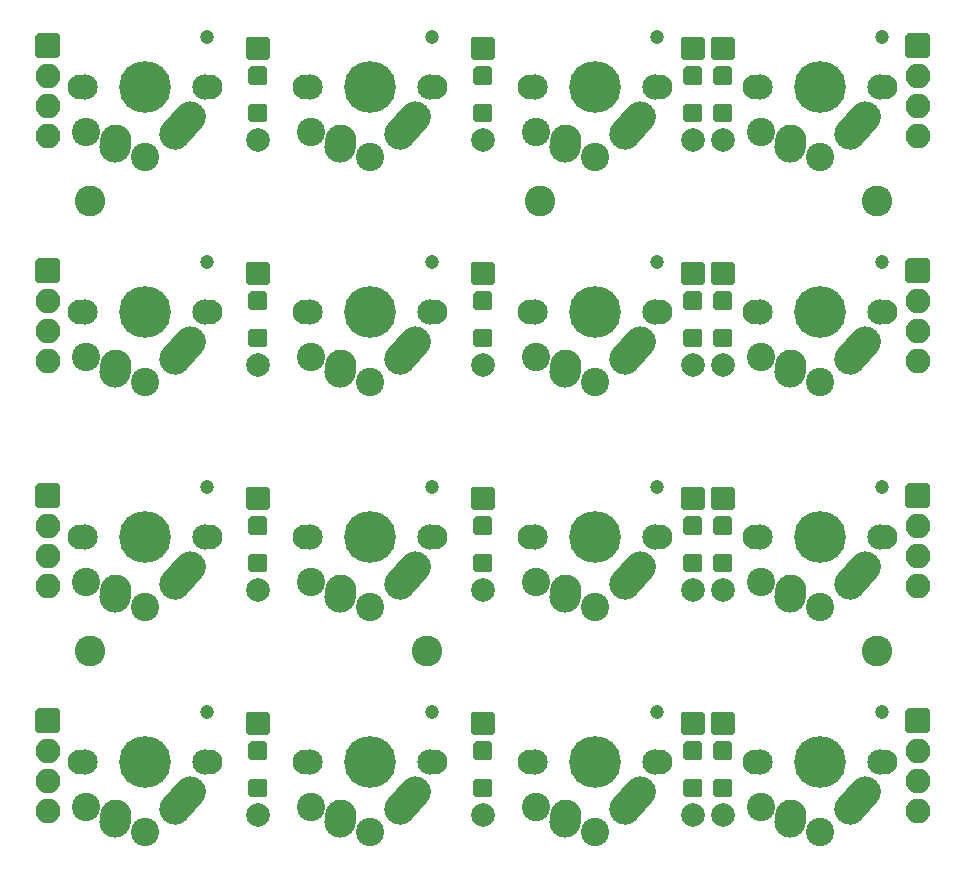
<source format=gbr>
G04 #@! TF.GenerationSoftware,KiCad,Pcbnew,(5.1.9)-1*
G04 #@! TF.CreationDate,2021-02-07T22:47:52-06:00*
G04 #@! TF.ProjectId,4x4_backpack,3478345f-6261-4636-9b70-61636b2e6b69,rev?*
G04 #@! TF.SameCoordinates,Original*
G04 #@! TF.FileFunction,Soldermask,Top*
G04 #@! TF.FilePolarity,Negative*
%FSLAX46Y46*%
G04 Gerber Fmt 4.6, Leading zero omitted, Abs format (unit mm)*
G04 Created by KiCad (PCBNEW (5.1.9)-1) date 2021-02-07 22:47:52*
%MOMM*%
%LPD*%
G01*
G04 APERTURE LIST*
%ADD10C,1.200000*%
%ADD11C,2.100000*%
%ADD12C,2.400000*%
%ADD13C,2.150000*%
%ADD14C,2.650000*%
%ADD15C,4.387800*%
%ADD16C,2.000000*%
%ADD17O,2.100000X2.100000*%
%ADD18C,2.600000*%
G04 APERTURE END LIST*
D10*
X148095000Y-138675000D03*
D11*
X137375000Y-142875000D03*
X148375000Y-142875000D03*
D12*
X142875000Y-148775000D03*
X137875000Y-146675000D03*
D13*
X137795000Y-142875000D03*
X147955000Y-142875000D03*
D14*
X145375000Y-146875000D03*
D15*
X142875000Y-142875000D03*
G36*
G01*
X147569878Y-144428787D02*
X147569878Y-144428787D01*
G75*
G02*
X147671213Y-146299878I-884878J-986213D01*
G01*
X146361223Y-147759886D01*
G75*
G02*
X144490132Y-147861221I-986213J884878D01*
G01*
X144490132Y-147861221D01*
G75*
G02*
X144388797Y-145990130I884878J986213D01*
G01*
X145698787Y-144530122D01*
G75*
G02*
X147569878Y-144428787I986213J-884878D01*
G01*
G37*
D14*
X140335000Y-147955000D03*
G36*
G01*
X140465120Y-146053068D02*
X140465120Y-146053068D01*
G75*
G02*
X141696932Y-147465120I-90120J-1321932D01*
G01*
X141657390Y-148045152D01*
G75*
G02*
X140245338Y-149276964I-1321932J90120D01*
G01*
X140245338Y-149276964D01*
G75*
G02*
X139013526Y-147864912I90120J1321932D01*
G01*
X139053068Y-147284880D01*
G75*
G02*
X140465120Y-146053068I1321932J-90120D01*
G01*
G37*
D16*
X134620000Y-147410000D03*
G36*
G01*
X133820000Y-138610000D02*
X135420000Y-138610000D01*
G75*
G02*
X135620000Y-138810000I0J-200000D01*
G01*
X135620000Y-140410000D01*
G75*
G02*
X135420000Y-140610000I-200000J0D01*
G01*
X133820000Y-140610000D01*
G75*
G02*
X133620000Y-140410000I0J200000D01*
G01*
X133620000Y-138810000D01*
G75*
G02*
X133820000Y-138610000I200000J0D01*
G01*
G37*
G36*
G01*
X134020000Y-141135000D02*
X135220000Y-141135000D01*
G75*
G02*
X135420000Y-141335000I0J-200000D01*
G01*
X135420000Y-142535000D01*
G75*
G02*
X135220000Y-142735000I-200000J0D01*
G01*
X134020000Y-142735000D01*
G75*
G02*
X133820000Y-142535000I0J200000D01*
G01*
X133820000Y-141335000D01*
G75*
G02*
X134020000Y-141135000I200000J0D01*
G01*
G37*
G36*
G01*
X134020000Y-144285000D02*
X135220000Y-144285000D01*
G75*
G02*
X135420000Y-144485000I0J-200000D01*
G01*
X135420000Y-145685000D01*
G75*
G02*
X135220000Y-145885000I-200000J0D01*
G01*
X134020000Y-145885000D01*
G75*
G02*
X133820000Y-145685000I0J200000D01*
G01*
X133820000Y-144485000D01*
G75*
G02*
X134020000Y-144285000I200000J0D01*
G01*
G37*
G36*
G01*
X121415120Y-107953068D02*
X121415120Y-107953068D01*
G75*
G02*
X122646932Y-109365120I-90120J-1321932D01*
G01*
X122607390Y-109945152D01*
G75*
G02*
X121195338Y-111176964I-1321932J90120D01*
G01*
X121195338Y-111176964D01*
G75*
G02*
X119963526Y-109764912I90120J1321932D01*
G01*
X120003068Y-109184880D01*
G75*
G02*
X121415120Y-107953068I1321932J-90120D01*
G01*
G37*
D14*
X121285000Y-109855000D03*
G36*
G01*
X128519878Y-106328787D02*
X128519878Y-106328787D01*
G75*
G02*
X128621213Y-108199878I-884878J-986213D01*
G01*
X127311223Y-109659886D01*
G75*
G02*
X125440132Y-109761221I-986213J884878D01*
G01*
X125440132Y-109761221D01*
G75*
G02*
X125338797Y-107890130I884878J986213D01*
G01*
X126648787Y-106430122D01*
G75*
G02*
X128519878Y-106328787I986213J-884878D01*
G01*
G37*
D15*
X123825000Y-104775000D03*
D14*
X126325000Y-108775000D03*
D13*
X128905000Y-104775000D03*
X118745000Y-104775000D03*
D12*
X118825000Y-108575000D03*
X123825000Y-110675000D03*
D11*
X129325000Y-104775000D03*
X118325000Y-104775000D03*
D10*
X129045000Y-100575000D03*
D16*
X114300000Y-90260000D03*
G36*
G01*
X113500000Y-81460000D02*
X115100000Y-81460000D01*
G75*
G02*
X115300000Y-81660000I0J-200000D01*
G01*
X115300000Y-83260000D01*
G75*
G02*
X115100000Y-83460000I-200000J0D01*
G01*
X113500000Y-83460000D01*
G75*
G02*
X113300000Y-83260000I0J200000D01*
G01*
X113300000Y-81660000D01*
G75*
G02*
X113500000Y-81460000I200000J0D01*
G01*
G37*
G36*
G01*
X113700000Y-83985000D02*
X114900000Y-83985000D01*
G75*
G02*
X115100000Y-84185000I0J-200000D01*
G01*
X115100000Y-85385000D01*
G75*
G02*
X114900000Y-85585000I-200000J0D01*
G01*
X113700000Y-85585000D01*
G75*
G02*
X113500000Y-85385000I0J200000D01*
G01*
X113500000Y-84185000D01*
G75*
G02*
X113700000Y-83985000I200000J0D01*
G01*
G37*
G36*
G01*
X113700000Y-87135000D02*
X114900000Y-87135000D01*
G75*
G02*
X115100000Y-87335000I0J-200000D01*
G01*
X115100000Y-88535000D01*
G75*
G02*
X114900000Y-88735000I-200000J0D01*
G01*
X113700000Y-88735000D01*
G75*
G02*
X113500000Y-88535000I0J200000D01*
G01*
X113500000Y-87335000D01*
G75*
G02*
X113700000Y-87135000I200000J0D01*
G01*
G37*
G36*
G01*
X76420000Y-83082500D02*
X76420000Y-81382500D01*
G75*
G02*
X76620000Y-81182500I200000J0D01*
G01*
X78320000Y-81182500D01*
G75*
G02*
X78520000Y-81382500I0J-200000D01*
G01*
X78520000Y-83082500D01*
G75*
G02*
X78320000Y-83282500I-200000J0D01*
G01*
X76620000Y-83282500D01*
G75*
G02*
X76420000Y-83082500I0J200000D01*
G01*
G37*
D17*
X77470000Y-84772500D03*
X77470000Y-87312500D03*
X77470000Y-89852500D03*
X77470000Y-108902500D03*
X77470000Y-106362500D03*
X77470000Y-103822500D03*
G36*
G01*
X76420000Y-102132500D02*
X76420000Y-100432500D01*
G75*
G02*
X76620000Y-100232500I200000J0D01*
G01*
X78320000Y-100232500D01*
G75*
G02*
X78520000Y-100432500I0J-200000D01*
G01*
X78520000Y-102132500D01*
G75*
G02*
X78320000Y-102332500I-200000J0D01*
G01*
X76620000Y-102332500D01*
G75*
G02*
X76420000Y-102132500I0J200000D01*
G01*
G37*
G36*
G01*
X76420000Y-121182500D02*
X76420000Y-119482500D01*
G75*
G02*
X76620000Y-119282500I200000J0D01*
G01*
X78320000Y-119282500D01*
G75*
G02*
X78520000Y-119482500I0J-200000D01*
G01*
X78520000Y-121182500D01*
G75*
G02*
X78320000Y-121382500I-200000J0D01*
G01*
X76620000Y-121382500D01*
G75*
G02*
X76420000Y-121182500I0J200000D01*
G01*
G37*
X77470000Y-122872500D03*
X77470000Y-125412500D03*
X77470000Y-127952500D03*
X77470000Y-147002500D03*
X77470000Y-144462500D03*
X77470000Y-141922500D03*
G36*
G01*
X76420000Y-140232500D02*
X76420000Y-138532500D01*
G75*
G02*
X76620000Y-138332500I200000J0D01*
G01*
X78320000Y-138332500D01*
G75*
G02*
X78520000Y-138532500I0J-200000D01*
G01*
X78520000Y-140232500D01*
G75*
G02*
X78320000Y-140432500I-200000J0D01*
G01*
X76620000Y-140432500D01*
G75*
G02*
X76420000Y-140232500I0J200000D01*
G01*
G37*
G36*
G01*
X150080000Y-83082500D02*
X150080000Y-81382500D01*
G75*
G02*
X150280000Y-81182500I200000J0D01*
G01*
X151980000Y-81182500D01*
G75*
G02*
X152180000Y-81382500I0J-200000D01*
G01*
X152180000Y-83082500D01*
G75*
G02*
X151980000Y-83282500I-200000J0D01*
G01*
X150280000Y-83282500D01*
G75*
G02*
X150080000Y-83082500I0J200000D01*
G01*
G37*
X151130000Y-84772500D03*
X151130000Y-87312500D03*
X151130000Y-89852500D03*
X151130000Y-108902500D03*
X151130000Y-106362500D03*
X151130000Y-103822500D03*
G36*
G01*
X150080000Y-102132500D02*
X150080000Y-100432500D01*
G75*
G02*
X150280000Y-100232500I200000J0D01*
G01*
X151980000Y-100232500D01*
G75*
G02*
X152180000Y-100432500I0J-200000D01*
G01*
X152180000Y-102132500D01*
G75*
G02*
X151980000Y-102332500I-200000J0D01*
G01*
X150280000Y-102332500D01*
G75*
G02*
X150080000Y-102132500I0J200000D01*
G01*
G37*
G36*
G01*
X150080000Y-121182500D02*
X150080000Y-119482500D01*
G75*
G02*
X150280000Y-119282500I200000J0D01*
G01*
X151980000Y-119282500D01*
G75*
G02*
X152180000Y-119482500I0J-200000D01*
G01*
X152180000Y-121182500D01*
G75*
G02*
X151980000Y-121382500I-200000J0D01*
G01*
X150280000Y-121382500D01*
G75*
G02*
X150080000Y-121182500I0J200000D01*
G01*
G37*
X151130000Y-122872500D03*
X151130000Y-125412500D03*
X151130000Y-127952500D03*
X151130000Y-147002500D03*
X151130000Y-144462500D03*
X151130000Y-141922500D03*
G36*
G01*
X150080000Y-140232500D02*
X150080000Y-138532500D01*
G75*
G02*
X150280000Y-138332500I200000J0D01*
G01*
X151980000Y-138332500D01*
G75*
G02*
X152180000Y-138532500I0J-200000D01*
G01*
X152180000Y-140232500D01*
G75*
G02*
X151980000Y-140432500I-200000J0D01*
G01*
X150280000Y-140432500D01*
G75*
G02*
X150080000Y-140232500I0J200000D01*
G01*
G37*
D18*
X81026000Y-133477000D03*
X147701000Y-95377000D03*
X147701000Y-133477000D03*
X109601000Y-133477000D03*
X119126000Y-95377000D03*
X81026000Y-95377000D03*
D16*
X95250000Y-90260000D03*
G36*
G01*
X94450000Y-81460000D02*
X96050000Y-81460000D01*
G75*
G02*
X96250000Y-81660000I0J-200000D01*
G01*
X96250000Y-83260000D01*
G75*
G02*
X96050000Y-83460000I-200000J0D01*
G01*
X94450000Y-83460000D01*
G75*
G02*
X94250000Y-83260000I0J200000D01*
G01*
X94250000Y-81660000D01*
G75*
G02*
X94450000Y-81460000I200000J0D01*
G01*
G37*
G36*
G01*
X94650000Y-83985000D02*
X95850000Y-83985000D01*
G75*
G02*
X96050000Y-84185000I0J-200000D01*
G01*
X96050000Y-85385000D01*
G75*
G02*
X95850000Y-85585000I-200000J0D01*
G01*
X94650000Y-85585000D01*
G75*
G02*
X94450000Y-85385000I0J200000D01*
G01*
X94450000Y-84185000D01*
G75*
G02*
X94650000Y-83985000I200000J0D01*
G01*
G37*
G36*
G01*
X94650000Y-87135000D02*
X95850000Y-87135000D01*
G75*
G02*
X96050000Y-87335000I0J-200000D01*
G01*
X96050000Y-88535000D01*
G75*
G02*
X95850000Y-88735000I-200000J0D01*
G01*
X94650000Y-88735000D01*
G75*
G02*
X94450000Y-88535000I0J200000D01*
G01*
X94450000Y-87335000D01*
G75*
G02*
X94650000Y-87135000I200000J0D01*
G01*
G37*
G36*
G01*
X131480000Y-87135000D02*
X132680000Y-87135000D01*
G75*
G02*
X132880000Y-87335000I0J-200000D01*
G01*
X132880000Y-88535000D01*
G75*
G02*
X132680000Y-88735000I-200000J0D01*
G01*
X131480000Y-88735000D01*
G75*
G02*
X131280000Y-88535000I0J200000D01*
G01*
X131280000Y-87335000D01*
G75*
G02*
X131480000Y-87135000I200000J0D01*
G01*
G37*
G36*
G01*
X131480000Y-83985000D02*
X132680000Y-83985000D01*
G75*
G02*
X132880000Y-84185000I0J-200000D01*
G01*
X132880000Y-85385000D01*
G75*
G02*
X132680000Y-85585000I-200000J0D01*
G01*
X131480000Y-85585000D01*
G75*
G02*
X131280000Y-85385000I0J200000D01*
G01*
X131280000Y-84185000D01*
G75*
G02*
X131480000Y-83985000I200000J0D01*
G01*
G37*
G36*
G01*
X131280000Y-81460000D02*
X132880000Y-81460000D01*
G75*
G02*
X133080000Y-81660000I0J-200000D01*
G01*
X133080000Y-83260000D01*
G75*
G02*
X132880000Y-83460000I-200000J0D01*
G01*
X131280000Y-83460000D01*
G75*
G02*
X131080000Y-83260000I0J200000D01*
G01*
X131080000Y-81660000D01*
G75*
G02*
X131280000Y-81460000I200000J0D01*
G01*
G37*
X132080000Y-90260000D03*
G36*
G01*
X134020000Y-87135000D02*
X135220000Y-87135000D01*
G75*
G02*
X135420000Y-87335000I0J-200000D01*
G01*
X135420000Y-88535000D01*
G75*
G02*
X135220000Y-88735000I-200000J0D01*
G01*
X134020000Y-88735000D01*
G75*
G02*
X133820000Y-88535000I0J200000D01*
G01*
X133820000Y-87335000D01*
G75*
G02*
X134020000Y-87135000I200000J0D01*
G01*
G37*
G36*
G01*
X134020000Y-83985000D02*
X135220000Y-83985000D01*
G75*
G02*
X135420000Y-84185000I0J-200000D01*
G01*
X135420000Y-85385000D01*
G75*
G02*
X135220000Y-85585000I-200000J0D01*
G01*
X134020000Y-85585000D01*
G75*
G02*
X133820000Y-85385000I0J200000D01*
G01*
X133820000Y-84185000D01*
G75*
G02*
X134020000Y-83985000I200000J0D01*
G01*
G37*
G36*
G01*
X133820000Y-81460000D02*
X135420000Y-81460000D01*
G75*
G02*
X135620000Y-81660000I0J-200000D01*
G01*
X135620000Y-83260000D01*
G75*
G02*
X135420000Y-83460000I-200000J0D01*
G01*
X133820000Y-83460000D01*
G75*
G02*
X133620000Y-83260000I0J200000D01*
G01*
X133620000Y-81660000D01*
G75*
G02*
X133820000Y-81460000I200000J0D01*
G01*
G37*
X134620000Y-90260000D03*
X95250000Y-109310000D03*
G36*
G01*
X94450000Y-100510000D02*
X96050000Y-100510000D01*
G75*
G02*
X96250000Y-100710000I0J-200000D01*
G01*
X96250000Y-102310000D01*
G75*
G02*
X96050000Y-102510000I-200000J0D01*
G01*
X94450000Y-102510000D01*
G75*
G02*
X94250000Y-102310000I0J200000D01*
G01*
X94250000Y-100710000D01*
G75*
G02*
X94450000Y-100510000I200000J0D01*
G01*
G37*
G36*
G01*
X94650000Y-103035000D02*
X95850000Y-103035000D01*
G75*
G02*
X96050000Y-103235000I0J-200000D01*
G01*
X96050000Y-104435000D01*
G75*
G02*
X95850000Y-104635000I-200000J0D01*
G01*
X94650000Y-104635000D01*
G75*
G02*
X94450000Y-104435000I0J200000D01*
G01*
X94450000Y-103235000D01*
G75*
G02*
X94650000Y-103035000I200000J0D01*
G01*
G37*
G36*
G01*
X94650000Y-106185000D02*
X95850000Y-106185000D01*
G75*
G02*
X96050000Y-106385000I0J-200000D01*
G01*
X96050000Y-107585000D01*
G75*
G02*
X95850000Y-107785000I-200000J0D01*
G01*
X94650000Y-107785000D01*
G75*
G02*
X94450000Y-107585000I0J200000D01*
G01*
X94450000Y-106385000D01*
G75*
G02*
X94650000Y-106185000I200000J0D01*
G01*
G37*
G36*
G01*
X113700000Y-106185000D02*
X114900000Y-106185000D01*
G75*
G02*
X115100000Y-106385000I0J-200000D01*
G01*
X115100000Y-107585000D01*
G75*
G02*
X114900000Y-107785000I-200000J0D01*
G01*
X113700000Y-107785000D01*
G75*
G02*
X113500000Y-107585000I0J200000D01*
G01*
X113500000Y-106385000D01*
G75*
G02*
X113700000Y-106185000I200000J0D01*
G01*
G37*
G36*
G01*
X113700000Y-103035000D02*
X114900000Y-103035000D01*
G75*
G02*
X115100000Y-103235000I0J-200000D01*
G01*
X115100000Y-104435000D01*
G75*
G02*
X114900000Y-104635000I-200000J0D01*
G01*
X113700000Y-104635000D01*
G75*
G02*
X113500000Y-104435000I0J200000D01*
G01*
X113500000Y-103235000D01*
G75*
G02*
X113700000Y-103035000I200000J0D01*
G01*
G37*
G36*
G01*
X113500000Y-100510000D02*
X115100000Y-100510000D01*
G75*
G02*
X115300000Y-100710000I0J-200000D01*
G01*
X115300000Y-102310000D01*
G75*
G02*
X115100000Y-102510000I-200000J0D01*
G01*
X113500000Y-102510000D01*
G75*
G02*
X113300000Y-102310000I0J200000D01*
G01*
X113300000Y-100710000D01*
G75*
G02*
X113500000Y-100510000I200000J0D01*
G01*
G37*
X114300000Y-109310000D03*
X132080000Y-109310000D03*
G36*
G01*
X131280000Y-100510000D02*
X132880000Y-100510000D01*
G75*
G02*
X133080000Y-100710000I0J-200000D01*
G01*
X133080000Y-102310000D01*
G75*
G02*
X132880000Y-102510000I-200000J0D01*
G01*
X131280000Y-102510000D01*
G75*
G02*
X131080000Y-102310000I0J200000D01*
G01*
X131080000Y-100710000D01*
G75*
G02*
X131280000Y-100510000I200000J0D01*
G01*
G37*
G36*
G01*
X131480000Y-103035000D02*
X132680000Y-103035000D01*
G75*
G02*
X132880000Y-103235000I0J-200000D01*
G01*
X132880000Y-104435000D01*
G75*
G02*
X132680000Y-104635000I-200000J0D01*
G01*
X131480000Y-104635000D01*
G75*
G02*
X131280000Y-104435000I0J200000D01*
G01*
X131280000Y-103235000D01*
G75*
G02*
X131480000Y-103035000I200000J0D01*
G01*
G37*
G36*
G01*
X131480000Y-106185000D02*
X132680000Y-106185000D01*
G75*
G02*
X132880000Y-106385000I0J-200000D01*
G01*
X132880000Y-107585000D01*
G75*
G02*
X132680000Y-107785000I-200000J0D01*
G01*
X131480000Y-107785000D01*
G75*
G02*
X131280000Y-107585000I0J200000D01*
G01*
X131280000Y-106385000D01*
G75*
G02*
X131480000Y-106185000I200000J0D01*
G01*
G37*
G36*
G01*
X134020000Y-106185000D02*
X135220000Y-106185000D01*
G75*
G02*
X135420000Y-106385000I0J-200000D01*
G01*
X135420000Y-107585000D01*
G75*
G02*
X135220000Y-107785000I-200000J0D01*
G01*
X134020000Y-107785000D01*
G75*
G02*
X133820000Y-107585000I0J200000D01*
G01*
X133820000Y-106385000D01*
G75*
G02*
X134020000Y-106185000I200000J0D01*
G01*
G37*
G36*
G01*
X134020000Y-103035000D02*
X135220000Y-103035000D01*
G75*
G02*
X135420000Y-103235000I0J-200000D01*
G01*
X135420000Y-104435000D01*
G75*
G02*
X135220000Y-104635000I-200000J0D01*
G01*
X134020000Y-104635000D01*
G75*
G02*
X133820000Y-104435000I0J200000D01*
G01*
X133820000Y-103235000D01*
G75*
G02*
X134020000Y-103035000I200000J0D01*
G01*
G37*
G36*
G01*
X133820000Y-100510000D02*
X135420000Y-100510000D01*
G75*
G02*
X135620000Y-100710000I0J-200000D01*
G01*
X135620000Y-102310000D01*
G75*
G02*
X135420000Y-102510000I-200000J0D01*
G01*
X133820000Y-102510000D01*
G75*
G02*
X133620000Y-102310000I0J200000D01*
G01*
X133620000Y-100710000D01*
G75*
G02*
X133820000Y-100510000I200000J0D01*
G01*
G37*
X134620000Y-109310000D03*
G36*
G01*
X94650000Y-125235000D02*
X95850000Y-125235000D01*
G75*
G02*
X96050000Y-125435000I0J-200000D01*
G01*
X96050000Y-126635000D01*
G75*
G02*
X95850000Y-126835000I-200000J0D01*
G01*
X94650000Y-126835000D01*
G75*
G02*
X94450000Y-126635000I0J200000D01*
G01*
X94450000Y-125435000D01*
G75*
G02*
X94650000Y-125235000I200000J0D01*
G01*
G37*
G36*
G01*
X94650000Y-122085000D02*
X95850000Y-122085000D01*
G75*
G02*
X96050000Y-122285000I0J-200000D01*
G01*
X96050000Y-123485000D01*
G75*
G02*
X95850000Y-123685000I-200000J0D01*
G01*
X94650000Y-123685000D01*
G75*
G02*
X94450000Y-123485000I0J200000D01*
G01*
X94450000Y-122285000D01*
G75*
G02*
X94650000Y-122085000I200000J0D01*
G01*
G37*
G36*
G01*
X94450000Y-119560000D02*
X96050000Y-119560000D01*
G75*
G02*
X96250000Y-119760000I0J-200000D01*
G01*
X96250000Y-121360000D01*
G75*
G02*
X96050000Y-121560000I-200000J0D01*
G01*
X94450000Y-121560000D01*
G75*
G02*
X94250000Y-121360000I0J200000D01*
G01*
X94250000Y-119760000D01*
G75*
G02*
X94450000Y-119560000I200000J0D01*
G01*
G37*
X95250000Y-128360000D03*
X114300000Y-128360000D03*
G36*
G01*
X113500000Y-119560000D02*
X115100000Y-119560000D01*
G75*
G02*
X115300000Y-119760000I0J-200000D01*
G01*
X115300000Y-121360000D01*
G75*
G02*
X115100000Y-121560000I-200000J0D01*
G01*
X113500000Y-121560000D01*
G75*
G02*
X113300000Y-121360000I0J200000D01*
G01*
X113300000Y-119760000D01*
G75*
G02*
X113500000Y-119560000I200000J0D01*
G01*
G37*
G36*
G01*
X113700000Y-122085000D02*
X114900000Y-122085000D01*
G75*
G02*
X115100000Y-122285000I0J-200000D01*
G01*
X115100000Y-123485000D01*
G75*
G02*
X114900000Y-123685000I-200000J0D01*
G01*
X113700000Y-123685000D01*
G75*
G02*
X113500000Y-123485000I0J200000D01*
G01*
X113500000Y-122285000D01*
G75*
G02*
X113700000Y-122085000I200000J0D01*
G01*
G37*
G36*
G01*
X113700000Y-125235000D02*
X114900000Y-125235000D01*
G75*
G02*
X115100000Y-125435000I0J-200000D01*
G01*
X115100000Y-126635000D01*
G75*
G02*
X114900000Y-126835000I-200000J0D01*
G01*
X113700000Y-126835000D01*
G75*
G02*
X113500000Y-126635000I0J200000D01*
G01*
X113500000Y-125435000D01*
G75*
G02*
X113700000Y-125235000I200000J0D01*
G01*
G37*
G36*
G01*
X131480000Y-125235000D02*
X132680000Y-125235000D01*
G75*
G02*
X132880000Y-125435000I0J-200000D01*
G01*
X132880000Y-126635000D01*
G75*
G02*
X132680000Y-126835000I-200000J0D01*
G01*
X131480000Y-126835000D01*
G75*
G02*
X131280000Y-126635000I0J200000D01*
G01*
X131280000Y-125435000D01*
G75*
G02*
X131480000Y-125235000I200000J0D01*
G01*
G37*
G36*
G01*
X131480000Y-122085000D02*
X132680000Y-122085000D01*
G75*
G02*
X132880000Y-122285000I0J-200000D01*
G01*
X132880000Y-123485000D01*
G75*
G02*
X132680000Y-123685000I-200000J0D01*
G01*
X131480000Y-123685000D01*
G75*
G02*
X131280000Y-123485000I0J200000D01*
G01*
X131280000Y-122285000D01*
G75*
G02*
X131480000Y-122085000I200000J0D01*
G01*
G37*
G36*
G01*
X131280000Y-119560000D02*
X132880000Y-119560000D01*
G75*
G02*
X133080000Y-119760000I0J-200000D01*
G01*
X133080000Y-121360000D01*
G75*
G02*
X132880000Y-121560000I-200000J0D01*
G01*
X131280000Y-121560000D01*
G75*
G02*
X131080000Y-121360000I0J200000D01*
G01*
X131080000Y-119760000D01*
G75*
G02*
X131280000Y-119560000I200000J0D01*
G01*
G37*
X132080000Y-128360000D03*
X134620000Y-128360000D03*
G36*
G01*
X133820000Y-119560000D02*
X135420000Y-119560000D01*
G75*
G02*
X135620000Y-119760000I0J-200000D01*
G01*
X135620000Y-121360000D01*
G75*
G02*
X135420000Y-121560000I-200000J0D01*
G01*
X133820000Y-121560000D01*
G75*
G02*
X133620000Y-121360000I0J200000D01*
G01*
X133620000Y-119760000D01*
G75*
G02*
X133820000Y-119560000I200000J0D01*
G01*
G37*
G36*
G01*
X134020000Y-122085000D02*
X135220000Y-122085000D01*
G75*
G02*
X135420000Y-122285000I0J-200000D01*
G01*
X135420000Y-123485000D01*
G75*
G02*
X135220000Y-123685000I-200000J0D01*
G01*
X134020000Y-123685000D01*
G75*
G02*
X133820000Y-123485000I0J200000D01*
G01*
X133820000Y-122285000D01*
G75*
G02*
X134020000Y-122085000I200000J0D01*
G01*
G37*
G36*
G01*
X134020000Y-125235000D02*
X135220000Y-125235000D01*
G75*
G02*
X135420000Y-125435000I0J-200000D01*
G01*
X135420000Y-126635000D01*
G75*
G02*
X135220000Y-126835000I-200000J0D01*
G01*
X134020000Y-126835000D01*
G75*
G02*
X133820000Y-126635000I0J200000D01*
G01*
X133820000Y-125435000D01*
G75*
G02*
X134020000Y-125235000I200000J0D01*
G01*
G37*
X95250000Y-147410000D03*
G36*
G01*
X94450000Y-138610000D02*
X96050000Y-138610000D01*
G75*
G02*
X96250000Y-138810000I0J-200000D01*
G01*
X96250000Y-140410000D01*
G75*
G02*
X96050000Y-140610000I-200000J0D01*
G01*
X94450000Y-140610000D01*
G75*
G02*
X94250000Y-140410000I0J200000D01*
G01*
X94250000Y-138810000D01*
G75*
G02*
X94450000Y-138610000I200000J0D01*
G01*
G37*
G36*
G01*
X94650000Y-141135000D02*
X95850000Y-141135000D01*
G75*
G02*
X96050000Y-141335000I0J-200000D01*
G01*
X96050000Y-142535000D01*
G75*
G02*
X95850000Y-142735000I-200000J0D01*
G01*
X94650000Y-142735000D01*
G75*
G02*
X94450000Y-142535000I0J200000D01*
G01*
X94450000Y-141335000D01*
G75*
G02*
X94650000Y-141135000I200000J0D01*
G01*
G37*
G36*
G01*
X94650000Y-144285000D02*
X95850000Y-144285000D01*
G75*
G02*
X96050000Y-144485000I0J-200000D01*
G01*
X96050000Y-145685000D01*
G75*
G02*
X95850000Y-145885000I-200000J0D01*
G01*
X94650000Y-145885000D01*
G75*
G02*
X94450000Y-145685000I0J200000D01*
G01*
X94450000Y-144485000D01*
G75*
G02*
X94650000Y-144285000I200000J0D01*
G01*
G37*
G36*
G01*
X113700000Y-144285000D02*
X114900000Y-144285000D01*
G75*
G02*
X115100000Y-144485000I0J-200000D01*
G01*
X115100000Y-145685000D01*
G75*
G02*
X114900000Y-145885000I-200000J0D01*
G01*
X113700000Y-145885000D01*
G75*
G02*
X113500000Y-145685000I0J200000D01*
G01*
X113500000Y-144485000D01*
G75*
G02*
X113700000Y-144285000I200000J0D01*
G01*
G37*
G36*
G01*
X113700000Y-141135000D02*
X114900000Y-141135000D01*
G75*
G02*
X115100000Y-141335000I0J-200000D01*
G01*
X115100000Y-142535000D01*
G75*
G02*
X114900000Y-142735000I-200000J0D01*
G01*
X113700000Y-142735000D01*
G75*
G02*
X113500000Y-142535000I0J200000D01*
G01*
X113500000Y-141335000D01*
G75*
G02*
X113700000Y-141135000I200000J0D01*
G01*
G37*
G36*
G01*
X113500000Y-138610000D02*
X115100000Y-138610000D01*
G75*
G02*
X115300000Y-138810000I0J-200000D01*
G01*
X115300000Y-140410000D01*
G75*
G02*
X115100000Y-140610000I-200000J0D01*
G01*
X113500000Y-140610000D01*
G75*
G02*
X113300000Y-140410000I0J200000D01*
G01*
X113300000Y-138810000D01*
G75*
G02*
X113500000Y-138610000I200000J0D01*
G01*
G37*
X114300000Y-147410000D03*
G36*
G01*
X131480000Y-144285000D02*
X132680000Y-144285000D01*
G75*
G02*
X132880000Y-144485000I0J-200000D01*
G01*
X132880000Y-145685000D01*
G75*
G02*
X132680000Y-145885000I-200000J0D01*
G01*
X131480000Y-145885000D01*
G75*
G02*
X131280000Y-145685000I0J200000D01*
G01*
X131280000Y-144485000D01*
G75*
G02*
X131480000Y-144285000I200000J0D01*
G01*
G37*
G36*
G01*
X131480000Y-141135000D02*
X132680000Y-141135000D01*
G75*
G02*
X132880000Y-141335000I0J-200000D01*
G01*
X132880000Y-142535000D01*
G75*
G02*
X132680000Y-142735000I-200000J0D01*
G01*
X131480000Y-142735000D01*
G75*
G02*
X131280000Y-142535000I0J200000D01*
G01*
X131280000Y-141335000D01*
G75*
G02*
X131480000Y-141135000I200000J0D01*
G01*
G37*
G36*
G01*
X131280000Y-138610000D02*
X132880000Y-138610000D01*
G75*
G02*
X133080000Y-138810000I0J-200000D01*
G01*
X133080000Y-140410000D01*
G75*
G02*
X132880000Y-140610000I-200000J0D01*
G01*
X131280000Y-140610000D01*
G75*
G02*
X131080000Y-140410000I0J200000D01*
G01*
X131080000Y-138810000D01*
G75*
G02*
X131280000Y-138610000I200000J0D01*
G01*
G37*
X132080000Y-147410000D03*
G36*
G01*
X83315120Y-88903068D02*
X83315120Y-88903068D01*
G75*
G02*
X84546932Y-90315120I-90120J-1321932D01*
G01*
X84507390Y-90895152D01*
G75*
G02*
X83095338Y-92126964I-1321932J90120D01*
G01*
X83095338Y-92126964D01*
G75*
G02*
X81863526Y-90714912I90120J1321932D01*
G01*
X81903068Y-90134880D01*
G75*
G02*
X83315120Y-88903068I1321932J-90120D01*
G01*
G37*
D14*
X83185000Y-90805000D03*
G36*
G01*
X90419878Y-87278787D02*
X90419878Y-87278787D01*
G75*
G02*
X90521213Y-89149878I-884878J-986213D01*
G01*
X89211223Y-90609886D01*
G75*
G02*
X87340132Y-90711221I-986213J884878D01*
G01*
X87340132Y-90711221D01*
G75*
G02*
X87238797Y-88840130I884878J986213D01*
G01*
X88548787Y-87380122D01*
G75*
G02*
X90419878Y-87278787I986213J-884878D01*
G01*
G37*
D15*
X85725000Y-85725000D03*
D14*
X88225000Y-89725000D03*
D13*
X90805000Y-85725000D03*
X80645000Y-85725000D03*
D12*
X80725000Y-89525000D03*
X85725000Y-91625000D03*
D11*
X91225000Y-85725000D03*
X80225000Y-85725000D03*
D10*
X90945000Y-81525000D03*
X109995000Y-81525000D03*
D11*
X99275000Y-85725000D03*
X110275000Y-85725000D03*
D12*
X104775000Y-91625000D03*
X99775000Y-89525000D03*
D13*
X99695000Y-85725000D03*
X109855000Y-85725000D03*
D14*
X107275000Y-89725000D03*
D15*
X104775000Y-85725000D03*
G36*
G01*
X109469878Y-87278787D02*
X109469878Y-87278787D01*
G75*
G02*
X109571213Y-89149878I-884878J-986213D01*
G01*
X108261223Y-90609886D01*
G75*
G02*
X106390132Y-90711221I-986213J884878D01*
G01*
X106390132Y-90711221D01*
G75*
G02*
X106288797Y-88840130I884878J986213D01*
G01*
X107598787Y-87380122D01*
G75*
G02*
X109469878Y-87278787I986213J-884878D01*
G01*
G37*
D14*
X102235000Y-90805000D03*
G36*
G01*
X102365120Y-88903068D02*
X102365120Y-88903068D01*
G75*
G02*
X103596932Y-90315120I-90120J-1321932D01*
G01*
X103557390Y-90895152D01*
G75*
G02*
X102145338Y-92126964I-1321932J90120D01*
G01*
X102145338Y-92126964D01*
G75*
G02*
X100913526Y-90714912I90120J1321932D01*
G01*
X100953068Y-90134880D01*
G75*
G02*
X102365120Y-88903068I1321932J-90120D01*
G01*
G37*
G36*
G01*
X121415120Y-88903068D02*
X121415120Y-88903068D01*
G75*
G02*
X122646932Y-90315120I-90120J-1321932D01*
G01*
X122607390Y-90895152D01*
G75*
G02*
X121195338Y-92126964I-1321932J90120D01*
G01*
X121195338Y-92126964D01*
G75*
G02*
X119963526Y-90714912I90120J1321932D01*
G01*
X120003068Y-90134880D01*
G75*
G02*
X121415120Y-88903068I1321932J-90120D01*
G01*
G37*
X121285000Y-90805000D03*
G36*
G01*
X128519878Y-87278787D02*
X128519878Y-87278787D01*
G75*
G02*
X128621213Y-89149878I-884878J-986213D01*
G01*
X127311223Y-90609886D01*
G75*
G02*
X125440132Y-90711221I-986213J884878D01*
G01*
X125440132Y-90711221D01*
G75*
G02*
X125338797Y-88840130I884878J986213D01*
G01*
X126648787Y-87380122D01*
G75*
G02*
X128519878Y-87278787I986213J-884878D01*
G01*
G37*
D15*
X123825000Y-85725000D03*
D14*
X126325000Y-89725000D03*
D13*
X128905000Y-85725000D03*
X118745000Y-85725000D03*
D12*
X118825000Y-89525000D03*
X123825000Y-91625000D03*
D11*
X129325000Y-85725000D03*
X118325000Y-85725000D03*
D10*
X129045000Y-81525000D03*
X148095000Y-81525000D03*
D11*
X137375000Y-85725000D03*
X148375000Y-85725000D03*
D12*
X142875000Y-91625000D03*
X137875000Y-89525000D03*
D13*
X137795000Y-85725000D03*
X147955000Y-85725000D03*
D14*
X145375000Y-89725000D03*
D15*
X142875000Y-85725000D03*
G36*
G01*
X147569878Y-87278787D02*
X147569878Y-87278787D01*
G75*
G02*
X147671213Y-89149878I-884878J-986213D01*
G01*
X146361223Y-90609886D01*
G75*
G02*
X144490132Y-90711221I-986213J884878D01*
G01*
X144490132Y-90711221D01*
G75*
G02*
X144388797Y-88840130I884878J986213D01*
G01*
X145698787Y-87380122D01*
G75*
G02*
X147569878Y-87278787I986213J-884878D01*
G01*
G37*
D14*
X140335000Y-90805000D03*
G36*
G01*
X140465120Y-88903068D02*
X140465120Y-88903068D01*
G75*
G02*
X141696932Y-90315120I-90120J-1321932D01*
G01*
X141657390Y-90895152D01*
G75*
G02*
X140245338Y-92126964I-1321932J90120D01*
G01*
X140245338Y-92126964D01*
G75*
G02*
X139013526Y-90714912I90120J1321932D01*
G01*
X139053068Y-90134880D01*
G75*
G02*
X140465120Y-88903068I1321932J-90120D01*
G01*
G37*
D10*
X90945000Y-100575000D03*
D11*
X80225000Y-104775000D03*
X91225000Y-104775000D03*
D12*
X85725000Y-110675000D03*
X80725000Y-108575000D03*
D13*
X80645000Y-104775000D03*
X90805000Y-104775000D03*
D14*
X88225000Y-108775000D03*
D15*
X85725000Y-104775000D03*
G36*
G01*
X90419878Y-106328787D02*
X90419878Y-106328787D01*
G75*
G02*
X90521213Y-108199878I-884878J-986213D01*
G01*
X89211223Y-109659886D01*
G75*
G02*
X87340132Y-109761221I-986213J884878D01*
G01*
X87340132Y-109761221D01*
G75*
G02*
X87238797Y-107890130I884878J986213D01*
G01*
X88548787Y-106430122D01*
G75*
G02*
X90419878Y-106328787I986213J-884878D01*
G01*
G37*
D14*
X83185000Y-109855000D03*
G36*
G01*
X83315120Y-107953068D02*
X83315120Y-107953068D01*
G75*
G02*
X84546932Y-109365120I-90120J-1321932D01*
G01*
X84507390Y-109945152D01*
G75*
G02*
X83095338Y-111176964I-1321932J90120D01*
G01*
X83095338Y-111176964D01*
G75*
G02*
X81863526Y-109764912I90120J1321932D01*
G01*
X81903068Y-109184880D01*
G75*
G02*
X83315120Y-107953068I1321932J-90120D01*
G01*
G37*
G36*
G01*
X102365120Y-107953068D02*
X102365120Y-107953068D01*
G75*
G02*
X103596932Y-109365120I-90120J-1321932D01*
G01*
X103557390Y-109945152D01*
G75*
G02*
X102145338Y-111176964I-1321932J90120D01*
G01*
X102145338Y-111176964D01*
G75*
G02*
X100913526Y-109764912I90120J1321932D01*
G01*
X100953068Y-109184880D01*
G75*
G02*
X102365120Y-107953068I1321932J-90120D01*
G01*
G37*
X102235000Y-109855000D03*
G36*
G01*
X109469878Y-106328787D02*
X109469878Y-106328787D01*
G75*
G02*
X109571213Y-108199878I-884878J-986213D01*
G01*
X108261223Y-109659886D01*
G75*
G02*
X106390132Y-109761221I-986213J884878D01*
G01*
X106390132Y-109761221D01*
G75*
G02*
X106288797Y-107890130I884878J986213D01*
G01*
X107598787Y-106430122D01*
G75*
G02*
X109469878Y-106328787I986213J-884878D01*
G01*
G37*
D15*
X104775000Y-104775000D03*
D14*
X107275000Y-108775000D03*
D13*
X109855000Y-104775000D03*
X99695000Y-104775000D03*
D12*
X99775000Y-108575000D03*
X104775000Y-110675000D03*
D11*
X110275000Y-104775000D03*
X99275000Y-104775000D03*
D10*
X109995000Y-100575000D03*
X148095000Y-100575000D03*
D11*
X137375000Y-104775000D03*
X148375000Y-104775000D03*
D12*
X142875000Y-110675000D03*
X137875000Y-108575000D03*
D13*
X137795000Y-104775000D03*
X147955000Y-104775000D03*
D14*
X145375000Y-108775000D03*
D15*
X142875000Y-104775000D03*
G36*
G01*
X147569878Y-106328787D02*
X147569878Y-106328787D01*
G75*
G02*
X147671213Y-108199878I-884878J-986213D01*
G01*
X146361223Y-109659886D01*
G75*
G02*
X144490132Y-109761221I-986213J884878D01*
G01*
X144490132Y-109761221D01*
G75*
G02*
X144388797Y-107890130I884878J986213D01*
G01*
X145698787Y-106430122D01*
G75*
G02*
X147569878Y-106328787I986213J-884878D01*
G01*
G37*
D14*
X140335000Y-109855000D03*
G36*
G01*
X140465120Y-107953068D02*
X140465120Y-107953068D01*
G75*
G02*
X141696932Y-109365120I-90120J-1321932D01*
G01*
X141657390Y-109945152D01*
G75*
G02*
X140245338Y-111176964I-1321932J90120D01*
G01*
X140245338Y-111176964D01*
G75*
G02*
X139013526Y-109764912I90120J1321932D01*
G01*
X139053068Y-109184880D01*
G75*
G02*
X140465120Y-107953068I1321932J-90120D01*
G01*
G37*
D10*
X90945000Y-119625000D03*
D11*
X80225000Y-123825000D03*
X91225000Y-123825000D03*
D12*
X85725000Y-129725000D03*
X80725000Y-127625000D03*
D13*
X80645000Y-123825000D03*
X90805000Y-123825000D03*
D14*
X88225000Y-127825000D03*
D15*
X85725000Y-123825000D03*
G36*
G01*
X90419878Y-125378787D02*
X90419878Y-125378787D01*
G75*
G02*
X90521213Y-127249878I-884878J-986213D01*
G01*
X89211223Y-128709886D01*
G75*
G02*
X87340132Y-128811221I-986213J884878D01*
G01*
X87340132Y-128811221D01*
G75*
G02*
X87238797Y-126940130I884878J986213D01*
G01*
X88548787Y-125480122D01*
G75*
G02*
X90419878Y-125378787I986213J-884878D01*
G01*
G37*
D14*
X83185000Y-128905000D03*
G36*
G01*
X83315120Y-127003068D02*
X83315120Y-127003068D01*
G75*
G02*
X84546932Y-128415120I-90120J-1321932D01*
G01*
X84507390Y-128995152D01*
G75*
G02*
X83095338Y-130226964I-1321932J90120D01*
G01*
X83095338Y-130226964D01*
G75*
G02*
X81863526Y-128814912I90120J1321932D01*
G01*
X81903068Y-128234880D01*
G75*
G02*
X83315120Y-127003068I1321932J-90120D01*
G01*
G37*
G36*
G01*
X102365120Y-127003068D02*
X102365120Y-127003068D01*
G75*
G02*
X103596932Y-128415120I-90120J-1321932D01*
G01*
X103557390Y-128995152D01*
G75*
G02*
X102145338Y-130226964I-1321932J90120D01*
G01*
X102145338Y-130226964D01*
G75*
G02*
X100913526Y-128814912I90120J1321932D01*
G01*
X100953068Y-128234880D01*
G75*
G02*
X102365120Y-127003068I1321932J-90120D01*
G01*
G37*
X102235000Y-128905000D03*
G36*
G01*
X109469878Y-125378787D02*
X109469878Y-125378787D01*
G75*
G02*
X109571213Y-127249878I-884878J-986213D01*
G01*
X108261223Y-128709886D01*
G75*
G02*
X106390132Y-128811221I-986213J884878D01*
G01*
X106390132Y-128811221D01*
G75*
G02*
X106288797Y-126940130I884878J986213D01*
G01*
X107598787Y-125480122D01*
G75*
G02*
X109469878Y-125378787I986213J-884878D01*
G01*
G37*
D15*
X104775000Y-123825000D03*
D14*
X107275000Y-127825000D03*
D13*
X109855000Y-123825000D03*
X99695000Y-123825000D03*
D12*
X99775000Y-127625000D03*
X104775000Y-129725000D03*
D11*
X110275000Y-123825000D03*
X99275000Y-123825000D03*
D10*
X109995000Y-119625000D03*
G36*
G01*
X121415120Y-127003068D02*
X121415120Y-127003068D01*
G75*
G02*
X122646932Y-128415120I-90120J-1321932D01*
G01*
X122607390Y-128995152D01*
G75*
G02*
X121195338Y-130226964I-1321932J90120D01*
G01*
X121195338Y-130226964D01*
G75*
G02*
X119963526Y-128814912I90120J1321932D01*
G01*
X120003068Y-128234880D01*
G75*
G02*
X121415120Y-127003068I1321932J-90120D01*
G01*
G37*
D14*
X121285000Y-128905000D03*
G36*
G01*
X128519878Y-125378787D02*
X128519878Y-125378787D01*
G75*
G02*
X128621213Y-127249878I-884878J-986213D01*
G01*
X127311223Y-128709886D01*
G75*
G02*
X125440132Y-128811221I-986213J884878D01*
G01*
X125440132Y-128811221D01*
G75*
G02*
X125338797Y-126940130I884878J986213D01*
G01*
X126648787Y-125480122D01*
G75*
G02*
X128519878Y-125378787I986213J-884878D01*
G01*
G37*
D15*
X123825000Y-123825000D03*
D14*
X126325000Y-127825000D03*
D13*
X128905000Y-123825000D03*
X118745000Y-123825000D03*
D12*
X118825000Y-127625000D03*
X123825000Y-129725000D03*
D11*
X129325000Y-123825000D03*
X118325000Y-123825000D03*
D10*
X129045000Y-119625000D03*
G36*
G01*
X140465120Y-127003068D02*
X140465120Y-127003068D01*
G75*
G02*
X141696932Y-128415120I-90120J-1321932D01*
G01*
X141657390Y-128995152D01*
G75*
G02*
X140245338Y-130226964I-1321932J90120D01*
G01*
X140245338Y-130226964D01*
G75*
G02*
X139013526Y-128814912I90120J1321932D01*
G01*
X139053068Y-128234880D01*
G75*
G02*
X140465120Y-127003068I1321932J-90120D01*
G01*
G37*
D14*
X140335000Y-128905000D03*
G36*
G01*
X147569878Y-125378787D02*
X147569878Y-125378787D01*
G75*
G02*
X147671213Y-127249878I-884878J-986213D01*
G01*
X146361223Y-128709886D01*
G75*
G02*
X144490132Y-128811221I-986213J884878D01*
G01*
X144490132Y-128811221D01*
G75*
G02*
X144388797Y-126940130I884878J986213D01*
G01*
X145698787Y-125480122D01*
G75*
G02*
X147569878Y-125378787I986213J-884878D01*
G01*
G37*
D15*
X142875000Y-123825000D03*
D14*
X145375000Y-127825000D03*
D13*
X147955000Y-123825000D03*
X137795000Y-123825000D03*
D12*
X137875000Y-127625000D03*
X142875000Y-129725000D03*
D11*
X148375000Y-123825000D03*
X137375000Y-123825000D03*
D10*
X148095000Y-119625000D03*
X90945000Y-138675000D03*
D11*
X80225000Y-142875000D03*
X91225000Y-142875000D03*
D12*
X85725000Y-148775000D03*
X80725000Y-146675000D03*
D13*
X80645000Y-142875000D03*
X90805000Y-142875000D03*
D14*
X88225000Y-146875000D03*
D15*
X85725000Y-142875000D03*
G36*
G01*
X90419878Y-144428787D02*
X90419878Y-144428787D01*
G75*
G02*
X90521213Y-146299878I-884878J-986213D01*
G01*
X89211223Y-147759886D01*
G75*
G02*
X87340132Y-147861221I-986213J884878D01*
G01*
X87340132Y-147861221D01*
G75*
G02*
X87238797Y-145990130I884878J986213D01*
G01*
X88548787Y-144530122D01*
G75*
G02*
X90419878Y-144428787I986213J-884878D01*
G01*
G37*
D14*
X83185000Y-147955000D03*
G36*
G01*
X83315120Y-146053068D02*
X83315120Y-146053068D01*
G75*
G02*
X84546932Y-147465120I-90120J-1321932D01*
G01*
X84507390Y-148045152D01*
G75*
G02*
X83095338Y-149276964I-1321932J90120D01*
G01*
X83095338Y-149276964D01*
G75*
G02*
X81863526Y-147864912I90120J1321932D01*
G01*
X81903068Y-147284880D01*
G75*
G02*
X83315120Y-146053068I1321932J-90120D01*
G01*
G37*
D10*
X109995000Y-138675000D03*
D11*
X99275000Y-142875000D03*
X110275000Y-142875000D03*
D12*
X104775000Y-148775000D03*
X99775000Y-146675000D03*
D13*
X99695000Y-142875000D03*
X109855000Y-142875000D03*
D14*
X107275000Y-146875000D03*
D15*
X104775000Y-142875000D03*
G36*
G01*
X109469878Y-144428787D02*
X109469878Y-144428787D01*
G75*
G02*
X109571213Y-146299878I-884878J-986213D01*
G01*
X108261223Y-147759886D01*
G75*
G02*
X106390132Y-147861221I-986213J884878D01*
G01*
X106390132Y-147861221D01*
G75*
G02*
X106288797Y-145990130I884878J986213D01*
G01*
X107598787Y-144530122D01*
G75*
G02*
X109469878Y-144428787I986213J-884878D01*
G01*
G37*
D14*
X102235000Y-147955000D03*
G36*
G01*
X102365120Y-146053068D02*
X102365120Y-146053068D01*
G75*
G02*
X103596932Y-147465120I-90120J-1321932D01*
G01*
X103557390Y-148045152D01*
G75*
G02*
X102145338Y-149276964I-1321932J90120D01*
G01*
X102145338Y-149276964D01*
G75*
G02*
X100913526Y-147864912I90120J1321932D01*
G01*
X100953068Y-147284880D01*
G75*
G02*
X102365120Y-146053068I1321932J-90120D01*
G01*
G37*
G36*
G01*
X121415120Y-146053068D02*
X121415120Y-146053068D01*
G75*
G02*
X122646932Y-147465120I-90120J-1321932D01*
G01*
X122607390Y-148045152D01*
G75*
G02*
X121195338Y-149276964I-1321932J90120D01*
G01*
X121195338Y-149276964D01*
G75*
G02*
X119963526Y-147864912I90120J1321932D01*
G01*
X120003068Y-147284880D01*
G75*
G02*
X121415120Y-146053068I1321932J-90120D01*
G01*
G37*
X121285000Y-147955000D03*
G36*
G01*
X128519878Y-144428787D02*
X128519878Y-144428787D01*
G75*
G02*
X128621213Y-146299878I-884878J-986213D01*
G01*
X127311223Y-147759886D01*
G75*
G02*
X125440132Y-147861221I-986213J884878D01*
G01*
X125440132Y-147861221D01*
G75*
G02*
X125338797Y-145990130I884878J986213D01*
G01*
X126648787Y-144530122D01*
G75*
G02*
X128519878Y-144428787I986213J-884878D01*
G01*
G37*
D15*
X123825000Y-142875000D03*
D14*
X126325000Y-146875000D03*
D13*
X128905000Y-142875000D03*
X118745000Y-142875000D03*
D12*
X118825000Y-146675000D03*
X123825000Y-148775000D03*
D11*
X129325000Y-142875000D03*
X118325000Y-142875000D03*
D10*
X129045000Y-138675000D03*
M02*

</source>
